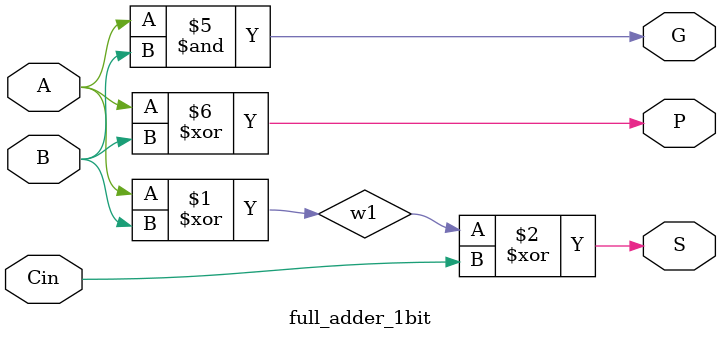
<source format=v>
module full_adder_1bit(
    input A,
    input B,
    input Cin,
    output S,
	output G,
	output P
);

wire w1, w2, w3;

xor (w1, A, B);
xor (S, w1, Cin);

and (w2, w1, Cin);
and (w3, A, B);

assign G = A & B;
assign P = A ^ B;

endmodule
</source>
